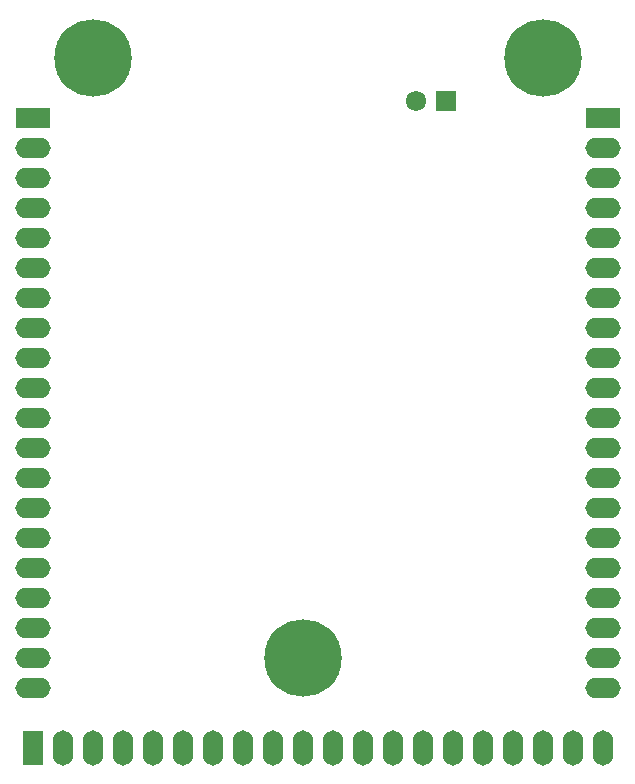
<source format=gbs>
G04*
G04 #@! TF.GenerationSoftware,Altium Limited,Altium Designer,19.1.7 (138)*
G04*
G04 Layer_Color=16711935*
%FSLAX25Y25*%
%MOIN*%
G70*
G01*
G75*
%ADD44R,0.06784X0.06784*%
%ADD45C,0.06784*%
%ADD46C,0.25800*%
%ADD47R,0.11800X0.06800*%
%ADD48O,0.11800X0.06800*%
%ADD49R,0.06800X0.11800*%
%ADD50O,0.06800X0.11800*%
D44*
X146313Y223987D02*
D03*
D45*
X136313D02*
D03*
D46*
X98500Y38500D02*
D03*
X28500Y238500D02*
D03*
X178500D02*
D03*
D47*
X8500Y218500D02*
D03*
X198500D02*
D03*
D48*
X8500Y208500D02*
D03*
Y198500D02*
D03*
Y188500D02*
D03*
Y178500D02*
D03*
Y168500D02*
D03*
Y158500D02*
D03*
Y148500D02*
D03*
Y138500D02*
D03*
Y128500D02*
D03*
Y118500D02*
D03*
Y108500D02*
D03*
Y98500D02*
D03*
Y88500D02*
D03*
Y78500D02*
D03*
Y68500D02*
D03*
Y58500D02*
D03*
Y48500D02*
D03*
Y38500D02*
D03*
Y28500D02*
D03*
X198500Y208500D02*
D03*
Y198500D02*
D03*
Y188500D02*
D03*
Y178500D02*
D03*
Y168500D02*
D03*
Y158500D02*
D03*
Y148500D02*
D03*
Y138500D02*
D03*
Y128500D02*
D03*
Y118500D02*
D03*
Y108500D02*
D03*
Y98500D02*
D03*
Y88500D02*
D03*
Y78500D02*
D03*
Y68500D02*
D03*
Y58500D02*
D03*
Y48500D02*
D03*
Y38500D02*
D03*
Y28500D02*
D03*
D49*
X8500Y8500D02*
D03*
D50*
X18500D02*
D03*
X28500D02*
D03*
X38500D02*
D03*
X48500D02*
D03*
X58500D02*
D03*
X68500D02*
D03*
X78500D02*
D03*
X88500D02*
D03*
X98500D02*
D03*
X108500D02*
D03*
X118500D02*
D03*
X128500D02*
D03*
X138500D02*
D03*
X148500D02*
D03*
X158500D02*
D03*
X168500D02*
D03*
X178500D02*
D03*
X188500D02*
D03*
X198500D02*
D03*
M02*

</source>
